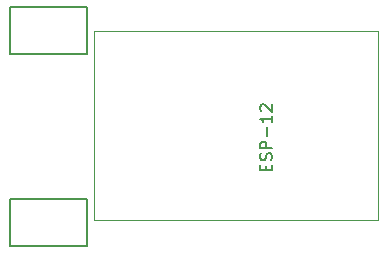
<source format=gbr>
G04 #@! TF.GenerationSoftware,KiCad,Pcbnew,5.0.2-bee76a0~70~ubuntu18.04.1*
G04 #@! TF.CreationDate,2019-11-20T17:59:17-05:00*
G04 #@! TF.ProjectId,ESP-AHT10-Extra,4553502d-4148-4543-9130-2d4578747261,1.2*
G04 #@! TF.SameCoordinates,PX7bfa480PY66c2270*
G04 #@! TF.FileFunction,Other,Fab,Top*
%FSLAX46Y46*%
G04 Gerber Fmt 4.6, Leading zero omitted, Abs format (unit mm)*
G04 Created by KiCad (PCBNEW 5.0.2-bee76a0~70~ubuntu18.04.1) date Wed 20 Nov 2019 05:59:17 PM EST*
%MOMM*%
%LPD*%
G01*
G04 APERTURE LIST*
%ADD10C,0.050000*%
%ADD11C,0.150000*%
G04 APERTURE END LIST*
D10*
G04 #@! TO.C,U3*
X44609217Y2437626D02*
X20609217Y2437626D01*
X20609217Y2445626D02*
X20609217Y18445626D01*
X20609217Y18445626D02*
X44609217Y18445626D01*
X44609217Y18445626D02*
X44609217Y2445626D01*
D11*
G04 #@! TO.C,SW1*
X20000000Y16500000D02*
X13500000Y16500000D01*
X20000000Y20500000D02*
X20000000Y16500000D01*
X13500000Y20500000D02*
X20000000Y20500000D01*
X13500000Y16500000D02*
X13500000Y20500000D01*
G04 #@! TO.C,SW2*
X20000000Y4250000D02*
X20000000Y250000D01*
X20000000Y250000D02*
X13500000Y250000D01*
X13500000Y250000D02*
X13500000Y4250000D01*
X13500000Y4250000D02*
X20000000Y4250000D01*
G04 #@! TD*
G04 #@! TO.C,U3*
X35137788Y6675722D02*
X35137788Y7009055D01*
X35661597Y7151912D02*
X35661597Y6675722D01*
X34661597Y6675722D01*
X34661597Y7151912D01*
X35613978Y7532865D02*
X35661597Y7675722D01*
X35661597Y7913817D01*
X35613978Y8009055D01*
X35566359Y8056674D01*
X35471121Y8104293D01*
X35375883Y8104293D01*
X35280645Y8056674D01*
X35233026Y8009055D01*
X35185407Y7913817D01*
X35137788Y7723341D01*
X35090169Y7628103D01*
X35042550Y7580484D01*
X34947312Y7532865D01*
X34852074Y7532865D01*
X34756836Y7580484D01*
X34709217Y7628103D01*
X34661597Y7723341D01*
X34661597Y7961436D01*
X34709217Y8104293D01*
X35661597Y8532865D02*
X34661597Y8532865D01*
X34661597Y8913817D01*
X34709217Y9009055D01*
X34756836Y9056674D01*
X34852074Y9104293D01*
X34994931Y9104293D01*
X35090169Y9056674D01*
X35137788Y9009055D01*
X35185407Y8913817D01*
X35185407Y8532865D01*
X35280645Y9532865D02*
X35280645Y10294769D01*
X35661597Y11294769D02*
X35661597Y10723341D01*
X35661597Y11009055D02*
X34661597Y11009055D01*
X34804455Y10913817D01*
X34899693Y10818579D01*
X34947312Y10723341D01*
X34756836Y11675722D02*
X34709217Y11723341D01*
X34661597Y11818579D01*
X34661597Y12056674D01*
X34709217Y12151912D01*
X34756836Y12199531D01*
X34852074Y12247150D01*
X34947312Y12247150D01*
X35090169Y12199531D01*
X35661597Y11628103D01*
X35661597Y12247150D01*
G04 #@! TD*
M02*

</source>
